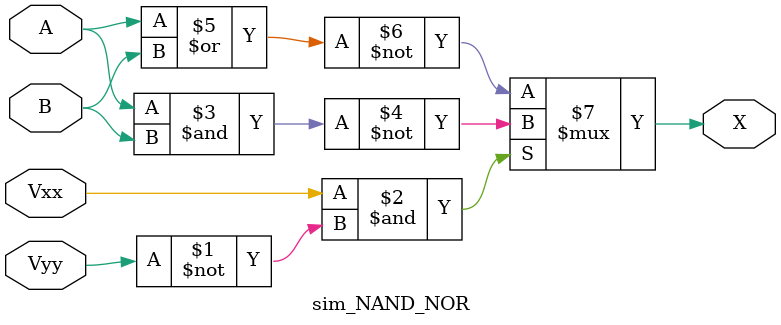
<source format=sv>
/*
 John Martinuk & Isaiah Grace
 
 This module simulates the behavior of a single NAND_NOR polymorphic cell
 */

module sim_NAND_NOR (
		     input logic  A, B, Vxx, Vyy,
		     output logic X
		     );

   assign X = (Vxx & ~Vyy) ? ~(A & B) : ~(A | B);

   /*
   assert (Vxx != Vyy)
     else $error("Vxx and Vyy cannot be equal: NAND_NOR");
   */
endmodule // sim_NAND_NOR


</source>
